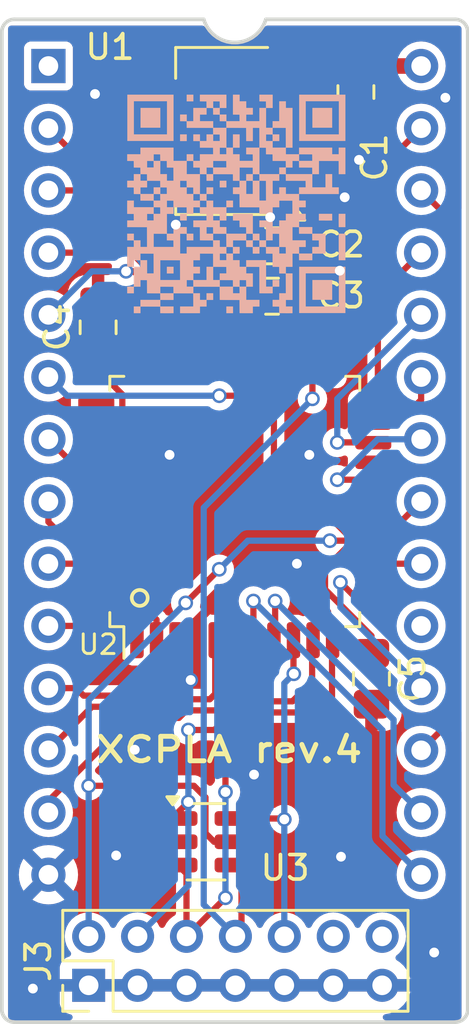
<source format=kicad_pcb>
(kicad_pcb (version 20240108) (generator "pcbnew") (generator_version "8.0")
  (title_block (title "XCPLA") (date "2019-10-14") (rev "3") (company "hackup.net") (comment 1 "Commodore 64 PLA Replacement") (comment 2 "Heavily based on: http://github.com/desaster/c64-dodgypla") (comment 3 "http://github.com/hackup/c64-dodgypla"))
  (layers (0 "F.Cu" signal) (31 "B.Cu" signal) (34 "B.Paste" user) (35 "F.Paste" user) (36 "B.SilkS" user "B.Silkscreen") (37 "F.SilkS" user "F.Silkscreen") (38 "B.Mask" user) (39 "F.Mask" user) (44 "Edge.Cuts" user))
  (net 0 "")
  (net 1 "+5V")
  (net 2 "+3V3")
  (net 3 "/PLA_CHAROM")
  (net 4 "/PLA_A13")
  (net 5 "/PLA_KERNAL")
  (net 6 "/PLA_A14")
  (net 7 "/PLA_BASIC")
  (net 8 "/PLA_A15")
  (net 9 "/PLA_CASRAM")
  (net 10 "/PLA_VA14")
  (net 11 "/PLA_CHAREN")
  (net 12 "/PLA_VA12")
  (net 13 "/PLA_HIRAM")
  (net 14 "/PLA_VA13")
  (net 15 "/PLA_LORAM")
  (net 16 "/PLA_GAME")
  (net 17 "/PLA_CAS")
  (net 18 "/PLA_EXROM")
  (net 19 "/PLA_ROMH")
  (net 20 "/PLA_RW")
  (net 21 "/PLA_ROML")
  (net 22 "/PLA_AEC")
  (net 23 "/PLA_IO")
  (net 24 "/PLA_BA")
  (net 25 "/PLA_GRW")
  (net 26 "/PLA_A12")
  (net 27 "/JTAG_TDO")
  (net 28 "/JTAG_TCK")
  (net 29 "/JTAG_TDI")
  (net 30 "/JTAG_TMS")
  (net 31 "GND")
  (net 32 "/PLA_FE")
  (net 33 "/PLA_OE")
  (footprint "Capacitor_SMD:C_0805_2012Metric_Pad1.18x1.45mm_HandSolder" (layer "F.Cu") (at 132.969 88.2396)
    (property "Reference" "C2" (at 2.8194 -0.0508 0) (layer "F.SilkS"))
    (property "Value" "22uF")
    (pad "1" smd roundrect (at -1.0375 0) (size 1.175 1.45) (layers "F.Cu" "F.Paste" "F.Mask") (roundrect_rratio 0.212766) (net 2 "+3V3"))
    (pad "2" smd roundrect (at 1.0375 0) (size 1.175 1.45) (layers "F.Cu" "F.Paste" "F.Mask") (roundrect_rratio 0.212766) (net 31 "GND"))
  )
  (footprint "Housings_DIP:DIP-28_W15.24mm_Socket" (layer "F.Cu") (at 123.825 80.899)
    (property "Reference" "J1" (hide yes))
    (property "Value" "PLA_Conn")
    (pad "1" thru_hole rect (at 0 0) (size 1.4 1.4) (drill 0.8) (layers "*.Cu" "*.Mask") (net 32 "/PLA_FE"))
    (pad "2" thru_hole circle (at 0 2.54) (size 1.4 1.4) (drill 0.8) (layers "*.Cu" "*.Mask") (net 4 "/PLA_A13"))
    (pad "3" thru_hole circle (at 0 5.08) (size 1.4 1.4) (drill 0.8) (layers "*.Cu" "*.Mask") (net 6 "/PLA_A14"))
    (pad "4" thru_hole circle (at 0 7.62) (size 1.4 1.4) (drill 0.8) (layers "*.Cu" "*.Mask") (net 8 "/PLA_A15"))
    (pad "5" thru_hole circle (at 0 10.16) (size 1.4 1.4) (drill 0.8) (layers "*.Cu" "*.Mask") (net 10 "/PLA_VA14"))
    (pad "6" thru_hole circle (at 0 12.7) (size 1.4 1.4) (drill 0.8) (layers "*.Cu" "*.Mask") (net 11 "/PLA_CHAREN"))
    (pad "7" thru_hole circle (at 0 15.24) (size 1.4 1.4) (drill 0.8) (layers "*.Cu" "*.Mask") (net 13 "/PLA_HIRAM"))
    (pad "8" thru_hole circle (at 0 17.78) (size 1.4 1.4) (drill 0.8) (layers "*.Cu" "*.Mask") (net 15 "/PLA_LORAM"))
    (pad "9" thru_hole circle (at 0 20.32) (size 1.4 1.4) (drill 0.8) (layers "*.Cu" "*.Mask") (net 17 "/PLA_CAS"))
    (pad "10" thru_hole circle (at 0 22.86) (size 1.4 1.4) (drill 0.8) (layers "*.Cu" "*.Mask") (net 19 "/PLA_ROMH"))
    (pad "11" thru_hole circle (at 0 25.4) (size 1.4 1.4) (drill 0.8) (layers "*.Cu" "*.Mask") (net 21 "/PLA_ROML"))
    (pad "12" thru_hole circle (at 0 27.94) (size 1.4 1.4) (drill 0.8) (layers "*.Cu" "*.Mask") (net 23 "/PLA_IO"))
    (pad "13" thru_hole circle (at 0 30.48) (size 1.4 1.4) (drill 0.8) (layers "*.Cu" "*.Mask") (net 25 "/PLA_GRW"))
    (pad "14" thru_hole circle (at 0 33.02) (size 1.4 1.4) (drill 0.8) (layers "*.Cu" "*.Mask") (net 31 "GND"))
    (pad "15" thru_hole circle (at 15.24 33.02) (size 1.4 1.4) (drill 0.8) (layers "*.Cu" "*.Mask") (net 3 "/PLA_CHAROM"))
    (pad "16" thru_hole circle (at 15.24 30.48) (size 1.4 1.4) (drill 0.8) (layers "*.Cu" "*.Mask") (net 5 "/PLA_KERNAL"))
    (pad "17" thru_hole circle (at 15.24 27.94) (size 1.4 1.4) (drill 0.8) (layers "*.Cu" "*.Mask") (net 7 "/PLA_BASIC"))
    (pad "18" thru_hole circle (at 15.24 25.4) (size 1.4 1.4) (drill 0.8) (layers "*.Cu" "*.Mask") (net 9 "/PLA_CASRAM"))
    (pad "19" thru_hole circle (at 15.24 22.86) (size 1.4 1.4) (drill 0.8) (layers "*.Cu" "*.Mask") (net 33 "/PLA_OE"))
    (pad "20" thru_hole circle (at 15.24 20.32) (size 1.4 1.4) (drill 0.8) (layers "*.Cu" "*.Mask") (net 12 "/PLA_VA12"))
    (pad "21" thru_hole circle (at 15.24 17.78) (size 1.4 1.4) (drill 0.8) (layers "*.Cu" "*.Mask") (net 14 "/PLA_VA13"))
    (pad "22" thru_hole circle (at 15.24 15.24) (size 1.4 1.4) (drill 0.8) (layers "*.Cu" "*.Mask") (net 16 "/PLA_GAME"))
    (pad "23" thru_hole circle (at 15.24 12.7) (size 1.4 1.4) (drill 0.8) (layers "*.Cu" "*.Mask") (net 18 "/PLA_EXROM"))
    (pad "24" thru_hole circle (at 15.24 10.16) (size 1.4 1.4) (drill 0.8) (layers "*.Cu" "*.Mask") (net 20 "/PLA_RW"))
    (pad "25" thru_hole circle (at 15.24 7.62) (size 1.4 1.4) (drill 0.8) (layers "*.Cu" "*.Mask") (net 22 "/PLA_AEC"))
    (pad "26" thru_hole circle (at 15.24 5.08) (size 1.4 1.4) (drill 0.8) (layers "*.Cu" "*.Mask") (net 24 "/PLA_BA"))
    (pad "27" thru_hole circle (at 15.24 2.54) (size 1.4 1.4) (drill 0.8) (layers "*.Cu" "*.Mask") (net 26 "/PLA_A12"))
    (pad "28" thru_hole circle (at 15.24 0) (size 1.4 1.4) (drill 0.8) (layers "*.Cu" "*.Mask") (net 1 "+5V"))
  )
  (footprint "Capacitor_SMD:C_0805_2012Metric_Pad1.18x1.45mm_HandSolder" (layer "F.Cu") (at 132.969 90.297)
    (property "Reference" "C3" (at 2.8194 -0.0254 0) (layer "F.SilkS"))
    (property "Value" "0.1uF")
    (pad "1" smd roundrect (at -1.0375 0) (size 1.175 1.45) (layers "F.Cu" "F.Paste" "F.Mask") (roundrect_rratio 0.212766) (net 2 "+3V3"))
    (pad "2" smd roundrect (at 1.0375 0) (size 1.175 1.45) (layers "F.Cu" "F.Paste" "F.Mask") (roundrect_rratio 0.212766) (net 31 "GND"))
  )
  (footprint "Capacitor_SMD:C_0805_2012Metric_Pad1.18x1.45mm_HandSolder" (layer "F.Cu") (at 125.857 91.567 90)
    (property "Reference" "C4" (at 0 -1.68 90) (layer "F.SilkS"))
    (property "Value" "0.1uF")
    (pad "1" smd roundrect (at -1.0375 0 90) (size 1.175 1.45) (layers "F.Cu" "F.Paste" "F.Mask") (roundrect_rratio 0.212766) (net 2 "+3V3"))
    (pad "2" smd roundrect (at 1.0375 0 90) (size 1.175 1.45) (layers "F.Cu" "F.Paste" "F.Mask") (roundrect_rratio 0.212766) (net 31 "GND"))
  )
  (footprint "Capacitor_SMD:C_0805_2012Metric_Pad1.18x1.45mm_HandSolder" (layer "F.Cu") (at 137.033 105.918 -90)
    (property "Reference" "C5" (at 0 -1.68 -90) (layer "F.SilkS"))
    (property "Value" "0.1uF")
    (pad "1" smd roundrect (at -1.0375 0 270) (size 1.175 1.45) (layers "F.Cu" "F.Paste" "F.Mask") (roundrect_rratio 0.212766) (net 2 "+3V3"))
    (pad "2" smd roundrect (at 1.0375 0 270) (size 1.175 1.45) (layers "F.Cu" "F.Paste" "F.Mask") (roundrect_rratio 0.212766) (net 31 "GND"))
  )
  (footprint "Package_QFP:LQFP-44_10x10mm_P0.8mm" (layer "F.Cu") (at 131.445 98.679 90)
    (property "Reference" "U2" (at -5.842 -5.588 180) (layer "F.SilkS") (effects (font (size 0.8 0.8) (thickness 0.12))))
    (property "Value" "XC9536XL-10VQ44C" (hide yes))
    (pad "1" smd roundrect (at -5.6625 -4 90) (size 1.475 0.55) (layers "F.Cu" "F.Paste" "F.Mask"))
    (pad "2" smd roundrect (at -5.6625 -3.2 90) (size 1.475 0.55) (layers "F.Cu" "F.Paste" "F.Mask") (net 19 "/PLA_ROMH"))
    (pad "3" smd roundrect (at -5.6625 -2.4 90) (size 1.475 0.55) (layers "F.Cu" "F.Paste" "F.Mask") (net 21 "/PLA_ROML"))
    (pad "4" smd roundrect (at -5.6625 -1.6 90) (size 1.475 0.55) (layers "F.Cu" "F.Paste" "F.Mask") (net 31 "GND"))
    (pad "5" smd roundrect (at -5.6625 -0.8 90) (size 1.475 0.55) (layers "F.Cu" "F.Paste" "F.Mask") (net 23 "/PLA_IO"))
    (pad "6" smd roundrect (at -5.6625 0 90) (size 1.475 0.55) (layers "F.Cu" "F.Paste" "F.Mask") (net 25 "/PLA_GRW"))
    (pad "7" smd roundrect (at -5.6625 0.8 90) (size 1.475 0.55) (layers "F.Cu" "F.Paste" "F.Mask") (net 3 "/PLA_CHAROM"))
    (pad "8" smd roundrect (at -5.6625 1.6 90) (size 1.475 0.55) (layers "F.Cu" "F.Paste" "F.Mask") (net 5 "/PLA_KERNAL"))
    (pad "9" smd roundrect (at -5.6625 2.4 90) (size 1.475 0.55) (layers "F.Cu" "F.Paste" "F.Mask") (net 29 "/JTAG_TDI"))
    (pad "10" smd roundrect (at -5.6625 3.2 90) (size 1.475 0.55) (layers "F.Cu" "F.Paste" "F.Mask") (net 30 "/JTAG_TMS"))
    (pad "11" smd roundrect (at -5.6625 4 90) (size 1.475 0.55) (layers "F.Cu" "F.Paste" "F.Mask") (net 28 "/JTAG_TCK"))
    (pad "12" smd roundrect (at -4 5.6625 90) (size 0.55 1.475) (layers "F.Cu" "F.Paste" "F.Mask") (net 9 "/PLA_CASRAM"))
    (pad "13" smd roundrect (at -3.2 5.6625 90) (size 0.55 1.475) (layers "F.Cu" "F.Paste" "F.Mask") (net 7 "/PLA_BASIC"))
    (pad "14" smd roundrect (at -2.4 5.6625 90) (size 0.55 1.475) (layers "F.Cu" "F.Paste" "F.Mask") (net 12 "/PLA_VA12"))
    (pad "15" smd roundrect (at -1.6 5.6625 90) (size 0.55 1.475) (layers "F.Cu" "F.Paste" "F.Mask") (net 2 "+3V3"))
    (pad "16" smd roundrect (at -0.8 5.6625 90) (size 0.55 1.475) (layers "F.Cu" "F.Paste" "F.Mask") (net 14 "/PLA_VA13"))
    (pad "17" smd roundrect (at 0 5.6625 90) (size 0.55 1.475) (layers "F.Cu" "F.Paste" "F.Mask") (net 31 "GND"))
    (pad "18" smd roundrect (at 0.8 5.6625 90) (size 0.55 1.475) (layers "F.Cu" "F.Paste" "F.Mask") (net 16 "/PLA_GAME"))
    (pad "19" smd roundrect (at 1.6 5.6625 90) (size 0.55 1.475) (layers "F.Cu" "F.Paste" "F.Mask") (net 24 "/PLA_BA"))
    (pad "20" smd roundrect (at 2.4 5.6625 90) (size 0.55 1.475) (layers "F.Cu" "F.Paste" "F.Mask") (net 20 "/PLA_RW"))
    (pad "21" smd roundrect (at 3.2 5.6625 90) (size 0.55 1.475) (layers "F.Cu" "F.Paste" "F.Mask") (net 18 "/PLA_EXROM"))
    (pad "22" smd roundrect (at 4 5.6625 90) (size 0.55 1.475) (layers "F.Cu" "F.Paste" "F.Mask") (net 22 "/PLA_AEC"))
    (pad "23" smd roundrect (at 5.6625 4 90) (size 1.475 0.55) (layers "F.Cu" "F.Paste" "F.Mask") (net 26 "/PLA_A12"))
    (pad "24" smd roundrect (at 5.6625 3.2 90) (size 1.475 0.55) (layers "F.Cu" "F.Paste" "F.Mask") (net 27 "/JTAG_TDO"))
    (pad "25" smd roundrect (at 5.6625 2.4 90) (size 1.475 0.55) (layers "F.Cu" "F.Paste" "F.Mask") (net 31 "GND"))
    (pad "26" smd roundrect (at 5.6625 1.6 90) (size 1.475 0.55) (layers "F.Cu" "F.Paste" "F.Mask") (net 2 "+3V3"))
    (pad "27" smd roundrect (at 5.6625 0.8 90) (size 1.475 0.55) (layers "F.Cu" "F.Paste" "F.Mask") (net 11 "/PLA_CHAREN"))
    (pad "28" smd roundrect (at 5.6625 0 90) (size 1.475 0.55) (layers "F.Cu" "F.Paste" "F.Mask") (net 4 "/PLA_A13"))
    (pad "29" smd roundrect (at 5.6625 -0.8 90) (size 1.475 0.55) (layers "F.Cu" "F.Paste" "F.Mask") (net 6 "/PLA_A14"))
    (pad "30" smd roundrect (at 5.6625 -1.6 90) (size 1.475 0.55) (layers "F.Cu" "F.Paste" "F.Mask") (net 8 "/PLA_A15"))
    (pad "31" smd roundrect (at 5.6625 -2.4 90) (size 1.475 0.55) (layers "F.Cu" "F.Paste" "F.Mask") (net 10 "/PLA_VA14"))
    (pad "32" smd roundrect (at 5.6625 -3.2 90) (size 1.475 0.55) (layers "F.Cu" "F.Paste" "F.Mask"))
    (pad "33" smd roundrect (at 5.6625 -4 90) (size 1.475 0.55) (layers "F.Cu" "F.Paste" "F.Mask"))
    (pad "34" smd roundrect (at 4 -5.6625 90) (size 0.55 1.475) (layers "F.Cu" "F.Paste" "F.Mask"))
    (pad "35" smd roundrect (at 3.2 -5.6625 90) (size 0.55 1.475) (layers "F.Cu" "F.Paste" "F.Mask") (net 2 "+3V3"))
    (pad "36" smd roundrect (at 2.4 -5.6625 90) (size 0.55 1.475) (layers "F.Cu" "F.Paste" "F.Mask"))
    (pad "37" smd roundrect (at 1.6 -5.6625 90) (size 0.55 1.475) (layers "F.Cu" "F.Paste" "F.Mask") (net 13 "/PLA_HIRAM"))
    (pad "38" smd roundrect (at 0.8 -5.6625 90) (size 0.55 1.475) (layers "F.Cu" "F.Paste" "F.Mask"))
    (pad "39" smd roundrect (at 0 -5.6625 90) (size 0.55 1.475) (layers "F.Cu" "F.Paste" "F.Mask"))
    (pad "40" smd roundrect (at -0.8 -5.6625 90) (size 0.55 1.475) (layers "F.Cu" "F.Paste" "F.Mask"))
    (pad "41" smd roundrect (at -1.6 -5.6625 90) (size 0.55 1.475) (layers "F.Cu" "F.Paste" "F.Mask") (net 15 "/PLA_LORAM"))
    (pad "42" smd roundrect (at -2.4 -5.6625 90) (size 0.55 1.475) (layers "F.Cu" "F.Paste" "F.Mask") (net 17 "/PLA_CAS"))
    (pad "43" smd roundrect (at -3.2 -5.6625 90) (size 0.55 1.475) (layers "F.Cu" "F.Paste" "F.Mask"))
    (pad "44" smd roundrect (at -4 -5.6625 90) (size 0.55 1.475) (layers "F.Cu" "F.Paste" "F.Mask"))
  )
  (footprint "Capacitor_SMD:C_0805_2012Metric_Pad1.18x1.45mm_HandSolder" (layer "F.Cu") (at 136.398 81.9619 -90)
    (property "Reference" "C1" (at 2.6709 -0.762 -90) (layer "F.SilkS"))
    (property "Value" "10uF")
    (pad "1" smd roundrect (at -1.0375 0 270) (size 1.175 1.45) (layers "F.Cu" "F.Paste" "F.Mask") (roundrect_rratio 0.212766) (net 1 "+5V"))
    (pad "2" smd roundrect (at 1.0375 0 270) (size 1.175 1.45) (layers "F.Cu" "F.Paste" "F.Mask") (roundrect_rratio 0.212766) (net 31 "GND"))
  )
  (footprint "Package_TO_SOT_SMD:SOT-223-3_TabPin2" (layer "F.Cu") (at 130.937 83.552 180)
    (property "Reference" "U1" (at 4.5974 3.429 180) (layer "F.SilkS"))
    (property "Value" "AMS1117")
    (pad "1" smd roundrect (at -3.15 -2.3 180) (size 2 1.5) (layers "F.Cu" "F.Paste" "F.Mask") (net 31 "GND"))
    (pad "2" smd roundrect (at -3.15 0 180) (size 2 1.5) (layers "F.Cu" "F.Paste" "F.Mask") (net 2 "+3V3"))
    (pad "2" smd roundrect (at 3.15 0 180) (size 2 3.8) (layers "F.Cu" "F.Paste" "F.Mask") (net 2 "+3V3"))
    (pad "3" smd roundrect (at -3.15 2.3 180) (size 2 1.5) (layers "F.Cu" "F.Paste" "F.Mask") (net 1 "+5V"))
  )
  (footprint "Package_TO_SOT_SMD:SC-74-6_1.55x2.9mm_P0.95mm" (layer "F.Cu") (at 130.2696 112.5728)
    (property "Reference" "U3" (at 3.2328 1.0668 0) (layer "F.SilkS"))
    (property "Value" "CM1293A−04SO")
    (pad "1" smd roundrect (at -1.15 -0.95) (size 1.6 0.6) (layers "F.Cu" "F.Paste" "F.Mask") (net 30 "/JTAG_TMS"))
    (pad "2" smd roundrect (at -1.15 0) (size 1.6 0.6) (layers "F.Cu" "F.Paste" "F.Mask") (net 31 "GND"))
    (pad "3" smd roundrect (at -1.15 0.95) (size 1.6 0.6) (layers "F.Cu" "F.Paste" "F.Mask") (net 28 "/JTAG_TCK"))
    (pad "4" smd roundrect (at 1.15 0.95) (size 1.6 0.6) (layers "F.Cu" "F.Paste" "F.Mask") (net 27 "/JTAG_TDO"))
    (pad "5" smd roundrect (at 1.15 0) (size 1.6 0.6) (layers "F.Cu" "F.Paste" "F.Mask") (net 2 "+3V3"))
    (pad "6" smd roundrect (at 1.15 -0.95) (size 1.6 0.6) (layers "F.Cu" "F.Paste" "F.Mask") (net 29 "/JTAG_TDI"))
  )
  (footprint "Connector_PinHeader_2.00mm:PinHeader_2x07_P2.00mm_Vertical" (layer "F.Cu") (at 125.4704 118.4336 90)
    (property "Reference" "J3" (at 1 -2.06 90) (layer "F.SilkS"))
    (property "Value" "JTAG")
    (pad "1" thru_hole rect (at 0 0 90) (size 1.35 1.35) (drill 0.8) (layers "*.Cu" "*.Mask") (net 31 "GND"))
    (pad "2" thru_hole oval (at 2 0 90) (size 1.35 1.35) (drill 0.8) (layers "*.Cu" "*.Mask") (net 2 "+3V3"))
    (pad "3" thru_hole oval (at 0 2 90) (size 1.35 1.35) (drill 0.8) (layers "*.Cu" "*.Mask") (net 31 "GND"))
    (pad "4" thru_hole oval (at 2 2 90) (size 1.35 1.35) (drill 0.8) (layers "*.Cu" "*.Mask") (net 30 "/JTAG_TMS"))
    (pad "5" thru_hole oval (at 0 4 90) (size 1.35 1.35) (drill 0.8) (layers "*.Cu" "*.Mask") (net 31 "GND"))
    (pad "6" thru_hole oval (at 2 4 90) (size 1.35 1.35) (drill 0.8) (layers "*.Cu" "*.Mask") (net 28 "/JTAG_TCK"))
    (pad "7" thru_hole oval (at 0 6 90) (size 1.35 1.35) (drill 0.8) (layers "*.Cu" "*.Mask") (net 31 "GND"))
    (pad "8" thru_hole oval (at 2 6 90) (size 1.35 1.35) (drill 0.8) (layers "*.Cu" "*.Mask") (net 27 "/JTAG_TDO"))
    (pad "9" thru_hole oval (at 0 8 90) (size 1.35 1.35) (drill 0.8) (layers "*.Cu" "*.Mask") (net 31 "GND"))
    (pad "10" thru_hole oval (at 2 8 90) (size 1.35 1.35) (drill 0.8) (layers "*.Cu" "*.Mask") (net 29 "/JTAG_TDI"))
    (pad "11" thru_hole oval (at 0 10 90) (size 1.35 1.35) (drill 0.8) (layers "*.Cu" "*.Mask") (net 31 "GND"))
    (pad "12" thru_hole oval (at 2 10 90) (size 1.35 1.35) (drill 0.8) (layers "*.Cu" "*.Mask"))
    (pad "13" thru_hole oval (at 0 12 90) (size 1.35 1.35) (drill 0.8) (layers "*.Cu" "*.Mask") (net 31 "GND"))
    (pad "14" thru_hole oval (at 2 12 90) (size 1.35 1.35) (drill 0.8) (layers "*.Cu" "*.Mask"))
  )
  (footprint "LOGO" (layer "B.Cu") (at 131.509642 86.52724 180)
    (property "Reference" "G***" (hide yes))
    (property "Value" "LOGO" (hide yes))
  )
  (gr_circle (center 127.558095 102.616) (end 127.762 102.362) (stroke (width 0.15)) (fill none) (layer "F.SilkS"))
  (gr_arc (start 132.714999 78.994) (mid 131.445 79.938918) (end 130.175001 78.993999) (stroke (width 0.15)) (layer "Edge.Cuts"))
  (gr_arc (start 140.462 78.994) (mid 140.82121 79.14279) (end 140.97 79.502) (stroke (width 0.15)) (layer "Edge.Cuts"))
  (gr_arc (start 140.97 119.42719) (mid 140.82121 119.7864) (end 140.462 119.93519) (stroke (width 0.15)) (layer "Edge.Cuts"))
  (gr_line (start 140.462 78.994) (end 132.715 78.994) (stroke (width 0.15)) (layer "Edge.Cuts"))
  (gr_arc (start 122.428 119.93519) (mid 122.06879 119.7864) (end 121.92 119.42719) (stroke (width 0.15)) (layer "Edge.Cuts"))
  (gr_arc (start 121.92 79.502) (mid 122.06879 79.14279) (end 122.428 78.994) (stroke (width 0.15)) (layer "Edge.Cuts"))
  (gr_line (start 140.97 79.502) (end 140.97 119.42719) (stroke (width 0.15)) (layer "Edge.Cuts"))
  (gr_line (start 122.428 78.994) (end 130.175 78.994) (stroke (width 0.15)) (layer "Edge.Cuts"))
  (gr_line (start 121.92 119.42719) (end 121.92 79.502) (stroke (width 0.15)) (layer "Edge.Cuts"))
  (gr_line (start 140.462 119.9388) (end 122.428 119.9388) (stroke (width 0.15)) (layer "Edge.Cuts"))
  (gr_text "XCPLA rev.4" (at 131.2164 108.8136 0) (layer "F.SilkS") (effects (font (size 1 1.2) (thickness 0.2))))
  (segment (start 136.4234 80.899) (end 136.398 80.9244) (width 0.635) (layer "F.Cu") (net 1))
  (segment (start 136.398 80.9244) (end 134.4146 80.9244) (width 0.635) (layer "F.Cu") (net 1))
  (segment (start 139.065 80.899) (end 136.4234 80.899) (width 0.635) (layer "F.Cu") (net 1))
  (segment (start 134.4146 80.9244) (end 134.087 81.252) (width 0.635) (layer "F.Cu") (net 1))
  (segment (start 135.135998 102.266998) (end 137.033 104.164) (width 0.254) (layer "F.Cu") (net 2))
  (segment (start 130.2466 110.759088) (end 129.774312 110.2868) (width 0.254) (layer "F.Cu") (net 2))
  (segment (start 126.84701 95.25199) (end 126.84701 94.31101) (width 0.254) (layer "F.Cu") (net 2))
  (segment (start 131.9315 88.2396) (end 131.9315 83.5989) (width 0.635) (layer "F.Cu") (net 2))
  (segment (start 132.723 90.297) (end 131.969 90.297) (width 0.254) (layer "F.Cu") (net 2))
  (segment (start 137.1075 100.279) (end 135.3314 100.279) (width 0.254) (layer "F.Cu") (net 2))
  (segment (start 133.045 93.833) (end 133.045 92.329) (width 0.254) (layer "F.Cu") (net 2))
  (segment (start 137.033 104.164) (end 137.033 104.918) (width 0.254) (layer "F.Cu") (net 2))
  (segment (start 131.9315 90.297) (end 131.9315 88.392) (width 0.635) (layer "F.Cu") (net 2))
  (segment (start 130.598336 112.5728) (end 130.2466 112.221064) (width 0.254) (layer "F.Cu") (net 2))
  (segment (start 126.62 95.479) (end 126.84701 95.25199) (width 0.254) (layer "F.Cu") (net 2))
  (segment (start 125.595 95.479) (end 131.399 95.479) (width 0.254) (layer "F.Cu") (net 2))
  (segment (start 133.045 97.033) (end 133.045 93.833) (width 0.254) (layer "F.Cu") (net 2))
  (segment (start 131.9315 83.5989) (end 131.9784 83.552) (width 0.635) (layer "F.Cu") (net 2))
  (segment (start 125.7825 95.479) (end 126.62 95.479) (width 0.254) (layer "F.Cu") (net 2))
  (segment (start 134.087 83.552) (end 131.9784 83.552) (width 0.635) (layer "F.Cu") (net 2))
  (segment (start 135.135998 101.434002) (end 135.135998 102.266998) (width 0.254) (layer "F.Cu") (net 2))
  (segment (start 126.84701 94.31101) (end 125.857 93.321) (width 0.254) (layer "F.Cu") (net 2))
  (segment (start 125.857 93.321) (end 125.857 92.567) (width 0.254) (layer "F.Cu") (net 2))
  (segment (start 130.2466 112.221064) (end 130.2466 110.759088) (width 0.254) (layer "F.Cu") (net 2))
  (segment (start 131.4196 112.5728) (end 130.598336 112.5728) (width 0.254) (layer "F.Cu") (net 2))
  (segment (start 133.045 90.619) (end 132.723 90.297) (width 0.254) (layer "F.Cu") (net 2))
  (segment (start 131.399 95.479) (end 133.045 93.833) (width 0.254) (layer "F.Cu") (net 2))
  (segment (start 136.291 100.279) (end 133.045 97.033) (width 0.254) (layer "F.Cu") (net 2))
  (segment (start 129.774312 110.2868) (end 125.4704 110.2868) (width 0.254) (layer "F.Cu") (net 2))
  (segment (start 130.81 101.4476) (end 129.4384 102.8192) (width 0.254) (layer "F.Cu") (net 2))
  (segment (start 133.045 93.0165) (end 133.045 90.619) (width 0.254) (layer "F.Cu") (net 2))
  (segment (start 131.9784 83.552) (end 127.787 83.552) (width 0.635) (layer "F.Cu") (net 2))
  (segment (start 136.291 100.279) (end 135.135998 101.434002) (width 0.254) (layer "F.Cu") (net 2))
  (segment (start 137.295 100.279) (end 136.291 100.279) (width 0.254) (layer "F.Cu") (net 2))
  (segment (start 135.3314 100.279) (end 135.3312 100.2792) (width 0.254) (layer "F.Cu") (net 2))
  (via (at 135.3312 100.2792) (size 0.6) (drill 0.4) (layers "F.Cu" "B.Cu") (net 2))
  (via (at 130.81 101.4476) (size 0.6) (drill 0.4) (layers "F.Cu" "B.Cu") (net 2))
  (via (at 125.4704 110.2868) (size 0.6) (drill 0.4) (layers "F.Cu" "B.Cu") (net 2))
  (via (at 129.4384 102.8192) (size 0.6) (drill 0.4) (layers "F.Cu" "B.Cu") (net 2))
  (segment (start 135.3312 100.2792) (end 131.9784 100.2792) (width 0.254) (layer "B.Cu") (net 2))
  (segment (start 131.9784 100.2792) (end 130.81 101.4476) (width 0.254) (layer "B.Cu") (net 2))
  (segment (start 125.4704 106.7872) (end 125.4704 110.2868) (width 0.254) (layer "B.Cu") (net 2))
  (segment (start 125.4704 110.2868) (end 125.4704 116.4336) (width 0.254) (layer "B.Cu") (net 2))
  (segment (start 129.4384 102.8192) (end 125.4704 106.7872) (width 0.254) (layer "B.Cu") (net 2))
  (segment (start 132.207 102.743) (end 132.207 104.991) (width 0.254) (layer "F.Cu") (net 3))
  (via (at 132.207 102.743) (size 0.6) (drill 0.4) (layers "F.Cu" "B.Cu") (net 3))
  (segment (start 132.207 102.743) (end 137.483989 108.019989) (width 0.254) (layer "B.Cu") (net 3))
  (segment (start 137.483989 108.019989) (end 137.483989 112.337989) (width 0.254) (layer "B.Cu") (net 3))
  (segment (start 137.483989 112.337989) (end 139.065 113.919) (width 0.254) (layer "B.Cu") (net 3))
  (segment (start 131.445 91.4654) (end 131.445 93.0165) (width 0.254) (layer "F.Cu") (net 4))
  (segment (start 125.73 85.7504) (end 131.445 91.4654) (width 0.254) (layer "F.Cu") (net 4))
  (segment (start 125.73 85.344) (end 125.73 85.7504) (width 0.254) (layer "F.Cu") (net 4))
  (segment (start 123.825 83.439) (end 125.73 85.344) (width 0.254) (layer "F.Cu") (net 4))
  (segment (start 133.096 102.743) (end 133.096 104.978) (width 0.254) (layer "F.Cu") (net 5))
  (via (at 133.096 102.743) (size 0.6) (drill 0.4) (layers "F.Cu" "B.Cu") (net 5))
  (segment (start 137.937999 107.584999) (end 133.096 102.743) (width 0.254) (layer "B.Cu") (net 5))
  (segment (start 137.937999 110.251999) (end 137.937999 107.584999) (width 0.254) (layer "B.Cu") (net 5))
  (segment (start 139.065 111.379) (end 137.937999 110.251999) (width 0.254) (layer "B.Cu") (net 5))
  (segment (start 130.645 91.307468) (end 130.645 92.179) (width 0.254) (layer "F.Cu") (net 6))
  (segment (start 130.645 92.179) (end 130.645 93.0165) (width 0.254) (layer "F.Cu") (net 6))
  (segment (start 125.316532 85.979) (end 130.645 91.307468) (width 0.254) (layer "F.Cu") (net 6))
  (segment (start 123.825 85.979) (end 125.316532 85.979) (width 0.254) (layer "F.Cu") (net 6))
  (segment (start 140.192001 103.218039) (end 140.192001 107.711999) (width 0.254) (layer "F.Cu") (net 7))
  (segment (start 138.057038 101.879) (end 138.810037 102.631999) (width 0.254) (layer "F.Cu") (net 7))
  (segment (start 139.605961 102.631999) (end 140.192001 103.218039) (width 0.254) (layer "F.Cu") (net 7))
  (segment (start 138.810037 102.631999) (end 139.605961 102.631999) (width 0.254) (layer "F.Cu") (net 7))
  (segment (start 139.065 108.839) (end 140.192001 107.711999) (width 0.254) (layer "F.Cu") (net 7))
  (segment (start 137.295 101.879) (end 138.057038 101.879) (width 0.254) (layer "F.Cu") (net 7))
  (segment (start 123.825 88.519) (end 127.214464 88.519) (width 0.254) (layer "F.Cu") (net 8))
  (segment (start 129.845 93.0165) (end 129.845 91.149536) (width 0.254) (layer "F.Cu") (net 8))
  (segment (start 129.845 91.149536) (end 127.214464 88.519) (width 0.254) (layer "F.Cu") (net 8))
  (segment (start 137.1075 102.679) (end 136.461 102.679) (width 0.254) (layer "F.Cu") (net 9))
  (segment (start 136.461 102.679) (end 135.763 101.981) (width 0.254) (layer "F.Cu") (net 9))
  (via (at 135.763 101.981) (size 0.6) (drill 0.4) (layers "F.Cu" "B.Cu") (net 9))
  (segment (start 135.763 101.981) (end 135.763 102.997) (width 0.254) (layer "B.Cu") (net 9))
  (segment (start 135.763 102.997) (end 139.065 106.299) (width 0.254) (layer "B.Cu") (net 9))
  (segment (start 129.045 91.010398) (end 127.315602 89.281) (width 0.254) (layer "F.Cu") (net 10))
  (segment (start 127.315602 89.281) (end 127 89.281) (width 0.254) (layer "F.Cu") (net 10))
  (segment (start 129.045 92.329) (end 129.045 91.010398) (width 0.254) (layer "F.Cu") (net 10))
  (via (at 127 89.281) (size 0.6) (drill 0.4) (layers "F.Cu" "B.Cu") (net 10))
  (segment (start 125.603 89.281) (end 123.825 91.059) (width 0.254) (layer "B.Cu") (net 10))
  (segment (start 127 89.281) (end 125.603 89.281) (width 0.254) (layer "B.Cu") (net 10))
  (segment (start 131.717 94.361) (end 130.81 94.361) (width 0.254) (layer "F.Cu") (net 11))
  (segment (start 132.245 93.833) (end 131.717 94.361) (width 0.254) (layer "F.Cu") (net 11))
  (segment (start 132.245 92.329) (end 132.245 93.833) (width 0.254) (layer "F.Cu") (net 11))
  (via (at 130.81 94.361) (size 0.6) (drill 0.4) (layers "F.Cu" "B.Cu") (net 11))
  (segment (start 130.81 94.361) (end 124.587 94.361) (width 0.254) (layer "B.Cu") (net 11))
  (segment (start 124.587 94.361) (end 123.825 93.599) (width 0.254) (layer "B.Cu") (net 11))
  (segment (start 139.065 101.219) (end 137.435 101.219) (width 0.254) (layer "F.Cu") (net 12))
  (segment (start 123.825 96.139) (end 124.765 97.079) (width 0.254) (layer "F.Cu") (net 13))
  (segment (start 124.765 97.079) (end 125.595 97.079) (width 0.254) (layer "F.Cu") (net 13))
  (segment (start 139.065 98.679) (end 138.265 99.479) (width 0.254) (layer "F.Cu") (net 14))
  (segment (start 138.265 99.479) (end 137.295 99.479) (width 0.254) (layer "F.Cu") (net 14))
  (segment (start 123.825 98.679) (end 123.825 99.513) (width 0.254) (layer "F.Cu") (net 15))
  (segment (start 123.825 99.513) (end 124.591 100.279) (width 0.254) (layer "F.Cu") (net 15))
  (segment (start 124.591 100.279) (end 125.595 100.279) (width 0.254) (layer "F.Cu") (net 15))
  (segment (start 135.636 97.79) (end 137.206 97.79) (width 0.254) (layer "F.Cu") (net 16))
  (via (at 135.636 97.79) (size 0.6) (drill 0.4) (layers "F.Cu" "B.Cu") (net 16))
  (segment (start 137.287 96.139) (end 135.636 97.79) (width 0.254) (layer "B.Cu") (net 16))
  (segment (start 139.065 96.139) (end 137.287 96.139) (width 0.254) (layer "B.Cu") (net 16))
  (segment (start 123.825 101.219) (end 125.455 101.219) (width 0.254) (layer "F.Cu") (net 17))
  (segment (start 138.113602 95.479) (end 137.295 95.479) (width 0.254) (layer "F.Cu") (net 18))
  (segment (start 139.065 93.599) (end 139.065 94.527602) (width 0.254) (layer "F.Cu") (net 18))
  (segment (start 139.065 94.527602) (end 138.113602 95.479) (width 0.254) (layer "F.Cu") (net 18))
  (segment (start 127.115092 103.27699) (end 126.633082 103.759) (width 0.254) (layer "F.Cu") (net 19))
  (segment (start 123.825 103.759) (end 126.633082 103.759) (width 0.254) (layer "F.Cu") (net 19))
  (segment (start 128.01799 103.27699) (end 127.115092 103.27699) (width 0.254) (layer "F.Cu") (net 19))
  (segment (start 128.245 104.3415) (end 128.245 103.504) (width 0.254) (layer "F.Cu") (net 19))
  (segment (start 128.245 103.504) (end 128.01799 103.27699) (width 0.254) (layer "F.Cu") (net 19))
  (segment (start 135.636 96.266) (end 137.282 96.266) (width 0.254) (layer "F.Cu") (net 20))
  (via (at 135.636 96.266) (size 0.6) (drill 0.4) (layers "F.Cu" "B.Cu") (net 20))
  (segment (start 139.065 91.059) (end 135.636 94.488) (width 0.254) (layer "B.Cu") (net 20))
  (segment (start 135.636 94.488) (end 135.636 96.266) (width 0.254) (layer "B.Cu") (net 20))
  (segment (start 128.786601 106.606001) (end 129.045 106.347602) (width 0.254) (layer "F.Cu") (net 21))
  (segment (start 125.263371 106.606001) (end 128.786601 106.606001) (width 0.254) (layer "F.Cu") (net 21))
  (segment (start 123.825 106.299) (end 124.95637 106.299) (width 0.254) (layer "F.Cu") (net 21))
  (segment (start 129.045 106.347602) (end 129.045 105.029) (width 0.254) (layer "F.Cu") (net 21))
  (segment (start 124.95637 106.299) (end 125.263371 106.606001) (width 0.254) (layer "F.Cu") (net 21))
  (segment (start 137.295 94.679) (end 137.295 90.289) (width 0.254) (layer "F.Cu") (net 22))
  (segment (start 137.295 90.289) (end 139.065 88.519) (width 0.254) (layer "F.Cu") (net 22))
  (segment (start 130.645 106.533) (end 130.645 105.029) (width 0.254) (layer "F.Cu") (net 23))
  (segment (start 129.280693 106.753977) (end 130.424023 106.753977) (width 0.254) (layer "F.Cu") (net 23))
  (segment (start 128.97466 107.06001) (end 129.280693 106.753977) (width 0.254) (layer "F.Cu") (net 23))
  (segment (start 125.60399 107.06001) (end 128.97466 107.06001) (width 0.254) (layer "F.Cu") (net 23))
  (segment (start 123.825 108.839) (end 125.60399 107.06001) (width 0.254) (layer "F.Cu") (net 23))
  (segment (start 130.424023 106.753977) (end 130.645 106.533) (width 0.254) (layer "F.Cu") (net 23))
  (segment (start 139.065 85.979) (end 140.192001 87.106001) (width 0.254) (layer "F.Cu") (net 24))
  (segment (start 137.295 97.079) (end 138.299 97.079) (width 0.254) (layer "F.Cu") (net 24))
  (segment (start 138.486001 97.266001) (end 139.605961 97.266001) (width 0.254) (layer "F.Cu") (net 24))
  (segment (start 138.299 97.079) (end 138.486001 97.266001) (width 0.254) (layer "F.Cu") (net 24))
  (segment (start 140.192001 96.679961) (end 140.192001 87.106001) (width 0.254) (layer "F.Cu") (net 24))
  (segment (start 139.605961 97.266001) (end 140.192001 96.679961) (width 0.254) (layer "F.Cu") (net 24))
  (segment (start 131.445 106.533) (end 131.445 105.029) (width 0.254) (layer "F.Cu") (net 25))
  (segment (start 127.218018 107.51402) (end 129.162717 107.514021) (width 0.254) (layer "F.Cu") (net 25))
  (segment (start 129.162717 107.514021) (end 129.46875 107.207988) (width 0.254) (layer "F.Cu") (net 25))
  (segment (start 130.770012 107.207988) (end 131.445 106.533) (width 0.254) (layer "F.Cu") (net 25))
  (segment (start 129.46875 107.207988) (end 130.770012 107.207988) (width 0.254) (layer "F.Cu") (net 25))
  (segment (start 123.825 110.907038) (end 127.218018 107.51402) (width 0.254) (layer "F.Cu") (net 25))
  (segment (start 137.702574 84.801426) (end 139.065 83.439) (width 0.254) (layer "F.Cu") (net 26))
  (segment (start 137.702574 89.239374) (end 137.702574 84.801426) (width 0.254) (layer "F.Cu") (net 26))
  (segment (start 136.841 91.6205) (end 136.841 90.100948) (width 0.254) (layer "F.Cu") (net 26))
  (segment (start 136.841 90.100948) (end 137.702574 89.239374) (width 0.254) (layer "F.Cu") (net 26))
  (segment (start 135.445 93.0165) (end 136.841 91.6205) (width 0.254) (layer "F.Cu") (net 26))
  (segment (start 131.4196 113.5228) (end 131.719599 113.822799) (width 0.254) (layer "F.Cu") (net 27))
  (segment (start 131.719599 113.822799) (end 131.719599 116.184401) (width 0.254) (layer "F.Cu") (net 27))
  (segment (start 134.62 94.488) (end 134.62 92.354) (width 0.254) (layer "F.Cu") (net 27))
  (via (at 134.62 94.488) (size 0.6) (drill 0.4) (layers "F.Cu" "B.Cu") (net 27))
  (segment (start 130.175 115.1382) (end 131.4704 116.4336) (width 0.254) (layer "B.Cu") (net 27))
  (segment (start 130.175 98.933) (end 130.175 115.1382) (width 0.254) (layer "B.Cu") (net 27))
  (segment (start 134.62 94.488) (end 130.175 98.933) (width 0.254) (layer "B.Cu") (net 27))
  (segment (start 133.989027 107.292626) (end 132.0292 107.292626) (width 0.254) (layer "F.Cu") (net 28))
  (segment (start 133.989027 107.292626) (end 134.437696 106.843956) (width 0.254) (layer "F.Cu") (net 28))
  (segment (start 131.064 108.257826) (end 131.064 110.5408) (width 0.254) (layer "F.Cu") (net 28))
  (segment (start 132.0292 107.292626) (end 131.064 108.257826) (width 0.254) (layer "F.Cu") (net 28))
  (segment (start 129.4704 113.8736) (end 129.1196 113.5228) (width 0.254) (layer "F.Cu") (net 28))
  (segment (start 129.4704 116.4336) (end 129.4704 113.8736) (width 0.254) (layer "F.Cu") (net 28))
  (segment (start 135.421244 106.843956) (end 135.421244 104.365256) (width 0.254) (layer "F.Cu") (net 28))
  (segment (start 135.421244 106.843956) (end 134.437696 106.843956) (width 0.254) (layer "F.Cu") (net 28))
  (segment (start 129.4892 116.4336) (end 131.064 114.8588) (width 0.254) (layer "F.Cu") (net 28))
  (via (at 131.064 114.8588) (size 0.6) (drill 0.4) (layers "F.Cu" "B.Cu") (net 28))
  (via (at 131.064 110.5408) (size 0.6) (drill 0.4) (layers "F.Cu" "B.Cu") (net 28))
  (segment (start 131.064 114.8588) (end 131.064 110.5408) (width 0.254) (layer "B.Cu") (net 28))
  (segment (start 131.4196 111.6228) (end 133.4348 111.6228) (width 0.254) (layer "F.Cu") (net 29))
  (segment (start 133.4348 111.6228) (end 133.4704 111.6584) (width 0.254) (layer "F.Cu") (net 29))
  (segment (start 133.845 104.3415) (end 133.845 105.7018) (width 0.254) (layer "F.Cu") (net 29))
  (segment (start 133.845 105.7018) (end 133.858 105.7148) (width 0.254) (layer "F.Cu") (net 29))
  (via (at 133.4704 111.6584) (size 0.6) (drill 0.4) (layers "F.Cu" "B.Cu") (net 29))
  (via (at 133.858 105.7148) (size 0.6) (drill 0.4) (layers "F.Cu" "B.Cu") (net 29))
  (segment (start 133.4704 106.1024) (end 133.858 105.7148) (width 0.254) (layer "B.Cu") (net 29))
  (segment (start 133.4704 116.4336) (end 133.4704 111.6584) (width 0.254) (layer "B.Cu") (net 29))
  (segment (start 133.4704 111.6584) (end 133.4704 106.1024) (width 0.254) (layer "B.Cu") (net 29))
  (segment (start 129.1196 111.3756) (end 129.548 110.9472) (width 0.254) (layer "F.Cu") (net 30))
  (segment (start 130.611375 108.008678) (end 129.548 108.008678) (width 0.254) (layer "F.Cu") (net 30))
  (segment (start 133.800974 106.838626) (end 131.781427 106.838626) (width 0.254) (layer "F.Cu") (net 30))
  (segment (start 131.781427 106.838626) (end 130.611375 108.008678) (width 0.254) (layer "F.Cu") (net 30))
  (segment (start 134.608444 106.031156) (end 133.800974 106.838626) (width 0.254) (layer "F.Cu") (net 30))
  (segment (start 134.608444 106.031156) (end 134.608444 104.378056) (width 0.254) (layer "F.Cu") (net 30))
  (segment (start 129.1196 111.6228) (end 129.1196 111.3756) (width 0.254) (layer "F.Cu") (net 30))
  (via (at 129.548 110.9472) (size 0.6) (drill 0.4) (layers "F.Cu" "B.Cu") (net 30))
  (via (at 129.548 108.008678) (size 0.6) (drill 0.4) (layers "F.Cu" "B.Cu") (net 30))
  (segment (start 129.548 114.356) (end 129.548 110.9472) (width 0.254) (layer "B.Cu") (net 30))
  (segment (start 129.548 110.9472) (end 129.548 108.008678) (width 0.254) (layer "B.Cu") (net 30))
  (segment (start 127.4704 116.4336) (end 129.548 114.356) (width 0.254) (layer "B.Cu") (net 30))
  (segment (start 134.0065 90.297) (end 134.0065 88.2396) (width 0.635) (layer "F.Cu") (net 31))
  (segment (start 134.0065 85.9325) (end 134.087 85.852) (width 0.635) (layer "F.Cu") (net 31))
  (segment (start 130.782201 102.6668) (end 130.8608 102.6668) (width 0.381) (layer "F.Cu") (net 31))
  (segment (start 136.525 82.693) (end 137.271 82.693) (width 0.254) (layer "F.Cu") (net 31))
  (segment (start 134.0065 88.2396) (end 134.0065 85.9325) (width 0.635) (layer "F.Cu") (net 31))
  (segment (start 129.845 103.604001) (end 130.782201 102.6668) (width 0.381) (layer "F.Cu") (net 31))
  (segment (start 129.845 104.3415) (end 129.845 103.604001) (width 0.381) (layer "F.Cu") (net 31))
  (via (at 132.2324 109.8296) (size 0.6) (drill 0.4) (layers "F.Cu" "B.Cu") (net 31))
  (via (at 135.7376 89.2556) (size 0.6) (drill 0.4) (layers "F.Cu" "B.Cu") (net 31))
  (via (at 126.5936 113.1316) (size 0.6) (drill 0.4) (layers "F.Cu" "B.Cu") (net 31))
  (via (at 140.0556 82.1944) (size 0.6) (drill 0.4) (layers "F.Cu" "B.Cu") (net 31))
  (via (at 123.19 118.5672) (size 0.6) (drill 0.4) (layers "F.Cu" "B.Cu") (net 31))
  (via (at 139.5984 117.094) (size 0.6) (drill 0.4) (layers "F.Cu" "B.Cu") (net 31))
  (via (at 128.778 96.774) (size 0.6) (drill 0.4) (layers "F.Cu" "B.Cu") (net 31))
  (via (at 136.525 84.7305) (size 0.6) (drill 0.4) (layers "F.Cu" "B.Cu") (net 31))
  (via (at 129.6416 105.9688) (size 0.6) (drill 0.4) (layers "F.Cu" "B.Cu") (net 31))
  (via (at 135.7884 113.1824) (size 0.6) (drill 0.4) (layers "F.Cu" "B.Cu") (net 31))
  (via (at 132.8928 87.0712) (size 0.6) (drill 0.4) (layers "F.Cu" "B.Cu") (net 31))
  (via (at 134.493 96.774) (size 0.6) (drill 0.4) (layers "F.Cu" "B.Cu") (net 31))
  (via (at 129.032 87.376) (size 0.6) (drill 0.4) (layers "F.Cu" "B.Cu") (net 31))
  (via (at 125.73 82.042) (size 0.6) (drill 0.4) (layers "F.Cu" "B.Cu") (net 31))
  (via (at 133.985 101.219) (size 0.6) (drill 0.4) (layers "F.Cu" "B.Cu") (net 31))
  (via (at 135.9408 86.2584) (size 0.6) (drill 0.4) (layers "F.Cu" "B.Cu") (net 31))
  (via (at 127.3556 108.8136) (size 0.6) (drill 0.4) (layers "F.Cu" "B.Cu") (net 31))
  (zone (net 31) (net_name "GND") (layer "F.Cu") (connect_pads (clearance 0.3)) (min_thickness 0.254) (fill yes (thermal_gap 0.508) (thermal_bridge_width 0.508))
    (polygon (pts (xy 122.174 79.248) (xy 140.716 79.248) (xy 140.716 119.9388) (xy 122.174 119.9388)))
  )
  (zone (net 31) (net_name "GND") (layer "B.Cu") (connect_pads (clearance 0.3)) (min_thickness 0.254) (fill yes (thermal_gap 0.508) (thermal_bridge_width 0.508))
    (polygon (pts (xy 122.174 79.248) (xy 140.716 79.248) (xy 140.716 119.9388) (xy 122.174 119.9388)))
  )
)
</source>
